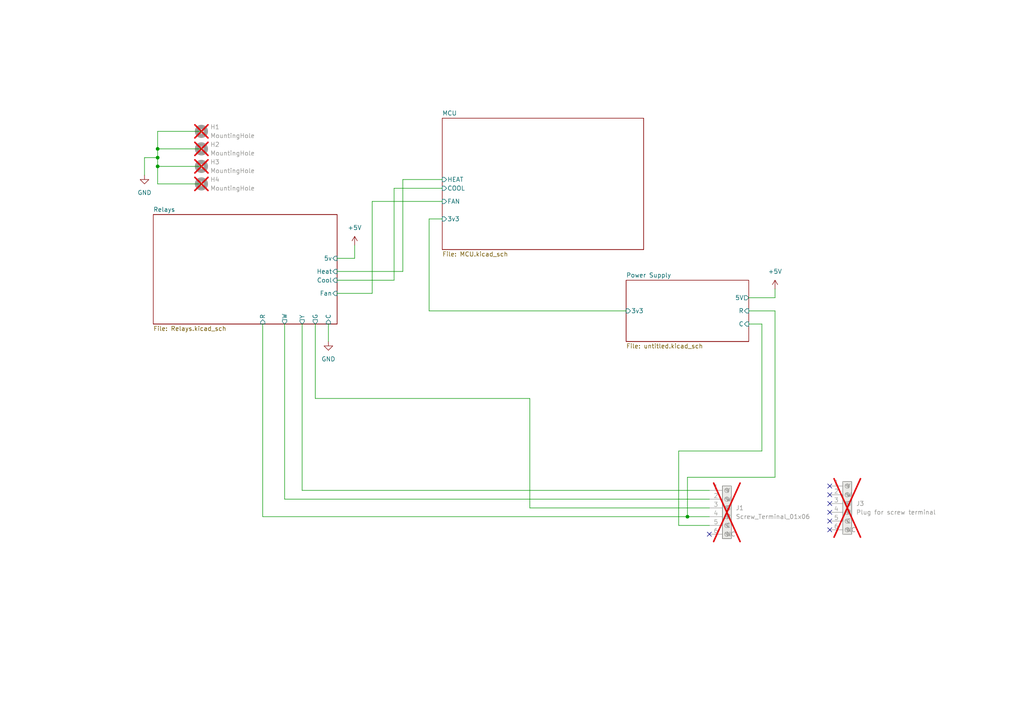
<source format=kicad_sch>
(kicad_sch (version 20231120) (generator "eeschema") (generator_version "8.0")
  (paper "A4")
  (lib_symbols
    (symbol "Connector:Screw_Terminal_01x06" (pin_names (offset 1.016))
      (property "Reference" "J1" (at 2.54 0 0))
      (property "Value" "Screw_Terminal_01x06" (at 2.54 -2.54 0))
      (symbol "Screw_Terminal_01x06_1_1"
        (rectangle (start -1.27 6.35) (end 1.27 -8.89) (stroke (width 0.254)) (fill (type background)))
        (circle (center 0 -7.62) (radius 0.635) (stroke (width 0.1524)))
        (circle (center 0 -5.08) (radius 0.635) (stroke (width 0.1524)))
        (circle (center 0 -2.54) (radius 0.635) (stroke (width 0.1524)))
        (polyline (pts (xy -0.5334 -7.2898) (xy 0.3302 -8.128)) (stroke (width 0.1524)))
        (polyline (pts (xy -0.5334 -4.7498) (xy 0.3302 -5.588)) (stroke (width 0.1524)))
        (polyline (pts (xy -0.5334 -2.2098) (xy 0.3302 -3.048)) (stroke (width 0.1524)))
        (polyline (pts (xy -0.5334 0.3302) (xy 0.3302 -0.508)) (stroke (width 0.1524)))
        (polyline (pts (xy -0.5334 2.8702) (xy 0.3302 2.032)) (stroke (width 0.1524)))
        (polyline (pts (xy -0.5334 5.4102) (xy 0.3302 4.572)) (stroke (width 0.1524)))
        (polyline (pts (xy -0.3556 -7.112) (xy 0.508 -7.9502)) (stroke (width 0.1524)))
        (polyline (pts (xy -0.3556 -4.572) (xy 0.508 -5.4102)) (stroke (width 0.1524)))
        (polyline (pts (xy -0.3556 -2.032) (xy 0.508 -2.8702)) (stroke (width 0.1524)))
        (polyline (pts (xy -0.3556 0.508) (xy 0.508 -0.3302)) (stroke (width 0.1524)))
        (polyline (pts (xy -0.3556 3.048) (xy 0.508 2.2098)) (stroke (width 0.1524)))
        (polyline (pts (xy -0.3556 5.588) (xy 0.508 4.7498)) (stroke (width 0.1524)))
        (circle (center 0 0) (radius 0.635) (stroke (width 0.1524)))
        (circle (center 0 2.54) (radius 0.635) (stroke (width 0.1524)))
        (circle (center 0 5.08) (radius 0.635) (stroke (width 0.1524)))
        (pin passive line (at -5.08 5.08 0) (length 3.81) (name "Y") (number "1"))
        (pin passive line (at -5.08 2.54 0) (length 3.81) (name "W") (number "2"))
        (pin passive line (at -5.08 0 0) (length 3.81) (name "G") (number "3"))
        (pin passive line (at -5.08 -2.54 0) (length 3.81) (name "R") (number "4"))
        (pin passive line (at -5.08 -5.08 0) (length 3.81) (name "C") (number "5"))
        (pin passive line (at -5.08 -7.62 0) (length 3.81) (name "NC") (number "6"))
      )
    )
    (symbol "Mechanical:MountingHole" (pin_names (offset 1.016))
      (property "Reference" "H" (at 0 5.08 0))
      (property "Value" "MountingHole" (at 0 3.175 0))
      (symbol "MountingHole_0_1"
        (circle (center 0 0) (radius 1.27) (stroke (width 1.27)))
      )
    )
    (symbol "power:+5V" (power) (pin_names (offset 0))
      (property "Value" "+5V" (at 0 3.556 0))
      (symbol "+5V_0_1"
        (polyline (pts (xy -0.762 1.27) (xy 0 2.54)))
        (polyline (pts (xy 0 0) (xy 0 2.54)))
        (polyline (pts (xy 0 2.54) (xy 0.762 1.27)))
      )
      (symbol "+5V_1_1"
        (pin power_in line (at 0 0 90) (length 0) hide (name "+5V") (number "1"))
      )
    )
    (symbol "power:GND" (power) (pin_names (offset 0))
      (property "Value" "GND" (at 0 -3.81 0))
      (symbol "GND_0_1"
        (polyline (pts (xy 0 0) (xy 0 -1.27) (xy 1.27 -1.27) (xy 0 -2.54) (xy -1.27 -1.27) (xy 0 -1.27)))
      )
      (symbol "GND_1_1"
        (pin power_in line (at 0 0 270) (length 0) hide (name "GND") (number "1"))
      )
    )
  )
  (junction (at 45.72 48.26))
  (junction (at 199.39 149.86))
  (junction (at 45.72 45.72))
  (junction (at 45.72 43.18))
  (no_connect (at 240.665 153.67))
  (no_connect (at 240.665 140.97))
  (no_connect (at 205.74 154.94))
  (no_connect (at 240.665 146.05))
  (no_connect (at 240.665 151.13))
  (no_connect (at 240.665 148.59))
  (no_connect (at 240.665 143.51))
  (wire (pts (xy 107.95 85.09) (xy 107.95 58.42)))
  (wire (pts (xy 116.84 78.74) (xy 116.84 52.07)))
  (wire (pts (xy 76.2 93.98) (xy 76.2 149.86)))
  (wire (pts (xy 114.3 81.28) (xy 114.3 54.61)))
  (wire (pts (xy 102.87 74.93) (xy 102.87 71.12)))
  (wire (pts (xy 205.74 149.86) (xy 199.39 149.86)))
  (wire (pts (xy 45.72 43.18) (xy 45.72 45.72)))
  (wire (pts (xy 217.17 90.17) (xy 224.79 90.17)))
  (wire (pts (xy 41.91 45.72) (xy 45.72 45.72)))
  (wire (pts (xy 58.42 48.26) (xy 45.72 48.26)))
  (wire (pts (xy 82.55 144.78) (xy 205.74 144.78)))
  (wire (pts (xy 124.46 90.17) (xy 124.46 63.5)))
  (wire (pts (xy 45.72 45.72) (xy 45.72 48.26)))
  (wire (pts (xy 114.3 54.61) (xy 128.27 54.61)))
  (wire (pts (xy 224.79 90.17) (xy 224.79 138.43)))
  (wire (pts (xy 217.17 93.98) (xy 220.98 93.98)))
  (wire (pts (xy 107.95 58.42) (xy 128.27 58.42)))
  (wire (pts (xy 95.25 93.98) (xy 95.25 99.06)))
  (wire (pts (xy 181.61 90.17) (xy 124.46 90.17)))
  (wire (pts (xy 87.63 93.98) (xy 87.63 142.24)))
  (wire (pts (xy 199.39 149.86) (xy 199.39 138.43)))
  (wire (pts (xy 45.72 53.34) (xy 45.72 48.26)))
  (wire (pts (xy 45.72 38.1) (xy 45.72 43.18)))
  (wire (pts (xy 76.2 149.86) (xy 199.39 149.86)))
  (wire (pts (xy 41.91 50.8) (xy 41.91 45.72)))
  (wire (pts (xy 196.85 130.81) (xy 220.98 130.81)))
  (wire (pts (xy 124.46 63.5) (xy 128.27 63.5)))
  (wire (pts (xy 87.63 142.24) (xy 205.74 142.24)))
  (wire (pts (xy 82.55 93.98) (xy 82.55 144.78)))
  (wire (pts (xy 153.67 147.32) (xy 205.74 147.32)))
  (wire (pts (xy 97.79 81.28) (xy 114.3 81.28)))
  (wire (pts (xy 97.79 74.93) (xy 102.87 74.93)))
  (wire (pts (xy 97.79 78.74) (xy 116.84 78.74)))
  (wire (pts (xy 91.44 115.57) (xy 153.67 115.57)))
  (wire (pts (xy 196.85 130.81) (xy 196.85 152.4)))
  (wire (pts (xy 217.17 86.36) (xy 224.79 86.36)))
  (wire (pts (xy 220.98 93.98) (xy 220.98 130.81)))
  (wire (pts (xy 153.67 115.57) (xy 153.67 147.32)))
  (wire (pts (xy 97.79 85.09) (xy 107.95 85.09)))
  (wire (pts (xy 224.79 138.43) (xy 199.39 138.43)))
  (wire (pts (xy 58.42 43.18) (xy 45.72 43.18)))
  (wire (pts (xy 116.84 52.07) (xy 128.27 52.07)))
  (wire (pts (xy 91.44 93.98) (xy 91.44 115.57)))
  (wire (pts (xy 224.79 86.36) (xy 224.79 83.82)))
  (wire (pts (xy 58.42 38.1) (xy 45.72 38.1)))
  (wire (pts (xy 196.85 152.4) (xy 205.74 152.4)))
  (wire (pts (xy 58.42 53.34) (xy 45.72 53.34)))
  (symbol (lib_id "Mechanical:MountingHole") (at 58.42 53.34 0) (unit 1) (dnp yes)
    (property "Reference" "H4" (at 60.96 52.07 0) (effects (justify left)))
    (property "Value" "MountingHole" (at 60.96 54.61 0) (effects (justify left)))
    (property "Footprint" "MountingHole:MountingHole_3.5mm" (effects (hide yes)))
  )
  (symbol (lib_id "Connector:Screw_Terminal_01x06") (at 245.745 146.05 0) (unit 1) (on_board no) (dnp yes)
    (property "Reference" "J3" (at 248.285 146.05 0) (effects (justify left)))
    (property "Value" "Plug for screw terminal" (at 248.285 148.59 0) (effects (justify left)))
    (property "Footprint" "TerminalBlock:TerminalBlock_bornier-6_P5.08mm" (effects (hide yes)))
    (property "Datasheet" "https://datasheet.lcsc.com/lcsc/2309141733_MAX-MX2EDGK-5-08-06P-GN01-Cu-Y-A_C5187916.pdf" (effects (hide yes)))
    (property "LCSC PN" "C5187916" (effects (hide yes)))
    (property "LCSC URL" "https://www.lcsc.com/product-detail/Pluggable-System-Terminal-Block_MAX-MX2EDGK-5-08-06P-GN01-Cu-Y-A_C5187916.html" (effects (hide yes)))
    (property "MPN" "C5187916" (effects (hide yes)))
  )
  (symbol (lib_id "Mechanical:MountingHole") (at 58.42 48.26 0) (unit 1) (dnp yes)
    (property "Reference" "H3" (at 60.96 46.99 0) (effects (justify left)))
    (property "Value" "MountingHole" (at 60.96 49.53 0) (effects (justify left)))
    (property "Footprint" "MountingHole:MountingHole_3.5mm" (effects (hide yes)))
  )
  (symbol (lib_id "power:GND") (at 41.91 50.8 0) (unit 1)
    (property "Reference" "#PWR020" (effects (hide yes)))
    (property "Value" "GND" (at 41.91 55.88 0))
  )
  (symbol (lib_id "power:+5V") (at 102.87 71.12 0) (unit 1)
    (property "Reference" "#PWR033" (effects (hide yes)))
    (property "Value" "+5V" (at 102.87 66.04 0))
  )
  (symbol (lib_id "Mechanical:MountingHole") (at 58.42 43.18 0) (unit 1) (dnp yes)
    (property "Reference" "H2" (at 60.96 41.91 0) (effects (justify left)))
    (property "Value" "MountingHole" (at 60.96 44.45 0) (effects (justify left)))
    (property "Footprint" "MountingHole:MountingHole_3.5mm" (effects (hide yes)))
  )
  (symbol (lib_id "power:+5V") (at 224.79 83.82 0) (unit 1)
    (property "Reference" "#PWR09" (effects (hide yes)))
    (property "Value" "+5V" (at 224.79 78.74 0))
  )
  (symbol (lib_id "Connector:Screw_Terminal_01x06") (at 210.82 147.32 0) (unit 1) (dnp yes)
    (property "Reference" "J1" (at 213.36 147.32 0) (effects (justify left)))
    (property "Value" "Screw_Terminal_01x06" (at 213.36 149.86 0) (effects (justify left)))
    (property "Footprint" "TerminalBlock:TerminalBlock_bornier-6_P5.08mm" (effects (hide yes)))
    (property "LCSC URL" "https://www.lcsc.com/product-detail/Pluggable-System-Terminal-Block_MAX-MX2EDGRC-5-08-06P-GN01-Cu-A_C5188023.html" (effects (hide yes)))
    (property "LCSC PN" "C5188023" (effects (hide yes)))
    (property "MPN" "C5188023" (effects (hide yes)))
  )
  (symbol (lib_id "Mechanical:MountingHole") (at 58.42 38.1 0) (unit 1) (dnp yes)
    (property "Reference" "H1" (at 60.96 36.83 0) (effects (justify left)))
    (property "Value" "MountingHole" (at 60.96 39.37 0) (effects (justify left)))
    (property "Footprint" "MountingHole:MountingHole_3.5mm" (effects (hide yes)))
  )
  (symbol (lib_id "power:GND") (at 95.25 99.06 0) (unit 1)
    (property "Reference" "#PWR035" (effects (hide yes)))
    (property "Value" "GND" (at 95.25 104.14 0))
  )
  (sheet (at 181.61 81.28) (size 35.56 17.78) (stroke (width 0.1524))
    (property "Sheetname" "Power Supply" (at 181.61 80.5684 0) (effects (justify left bottom)))
    (property "Sheetfile" "untitled.kicad_sch" (at 181.61 99.6446 0) (effects (justify left top)))
    (pin "5V" output (at 217.17 86.36 0))
    (pin "R" input (at 217.17 90.17 0))
    (pin "C" input (at 217.17 93.98 0))
    (pin "3v3" input (at 181.61 90.17 180))
  )
  (sheet (at 128.27 34.29) (size 58.42 38.1) (stroke (width 0.1524))
    (property "Sheetname" "MCU" (at 128.27 33.5784 0) (effects (justify left bottom)))
    (property "Sheetfile" "MCU.kicad_sch" (at 128.27 72.9746 0) (effects (justify left top)))
    (pin "3v3" input (at 128.27 63.5 180))
    (pin "FAN" input (at 128.27 58.42 180))
    (pin "HEAT" input (at 128.27 52.07 180))
    (pin "COOL" input (at 128.27 54.61 180))
  )
  (sheet (at 44.45 62.23) (size 53.34 31.75) (stroke (width 0.1524))
    (property "Sheetname" "Relays" (at 44.45 61.5184 0) (effects (justify left bottom)))
    (property "Sheetfile" "Relays.kicad_sch" (at 44.45 94.5646 0) (effects (justify left top)))
    (pin "G" output (at 91.44 93.98 270))
    (pin "Fan" input (at 97.79 85.09 0))
    (pin "C" input (at 95.25 93.98 270))
    (pin "5v" input (at 97.79 74.93 0))
    (pin "Heat" input (at 97.79 78.74 0))
    (pin "Y" output (at 87.63 93.98 270))
    (pin "Cool" input (at 97.79 81.28 0))
    (pin "W" output (at 82.55 93.98 270))
    (pin "R" input (at 76.2 93.98 270))
  )
)
</source>
